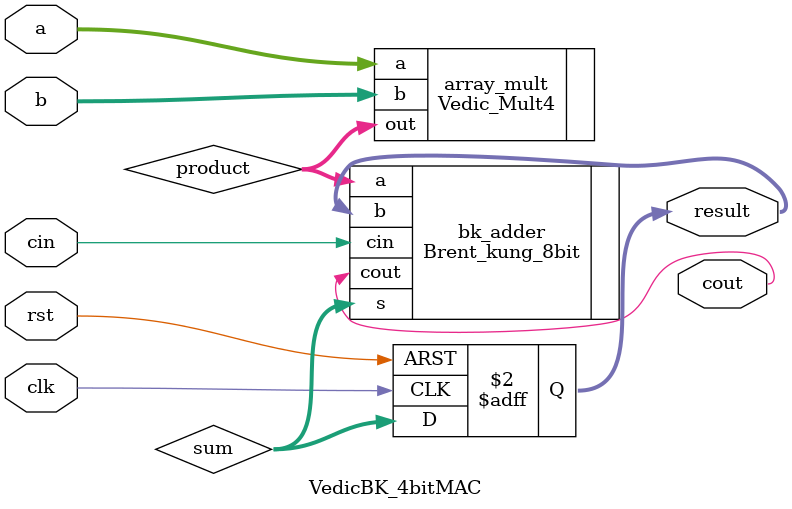
<source format=v>
module VedicBK_4bitMAC (
    input [3:0] a,            // 4-bit multiplicand
    input [3:0] b,            // 4-bit multiplier
    input clk,                // Clock signal
    input rst,                // Reset signal
    input cin,                // Carry-in for the adder
    output reg [7:0] result,  // 8-bit result of MAC operation
    output cout               // Carry-out from the adder
);

    wire [7:0] product;       // 8-bit product from multiplier
    wire [7:0] sum;           // 8-bit sum from the adder

    // Instantiate the 4-bit Vedic Multiplier
    Vedic_Mult4 array_mult (
        .a(a),
        .b(b),
        .out(product)
    );

    // Instantiate the 8-bit Kogge-Stone Adder
    Brent_kung_8bit bk_adder (
        .a(product),
        .b(result),
        .cin(cin),
        .s(sum),
        .cout(cout)
    );

    // Always block to update result at each clock edge or reset
    always @(posedge clk or posedge rst) begin
        if (rst) begin
            result <= 8'b0;      // Reset the result to 0
        end else begin
            result <= sum;       // Update result with the sum from adder
        end
    end

endmodule

</source>
